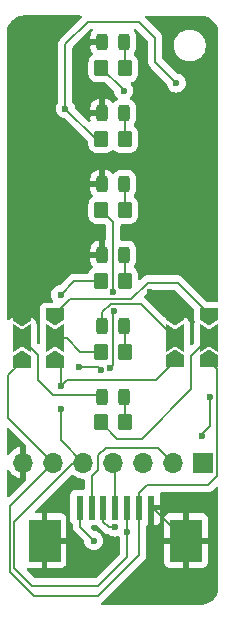
<source format=gbr>
%TF.GenerationSoftware,KiCad,Pcbnew,8.0.2*%
%TF.CreationDate,2025-03-09T15:07:13+01:00*%
%TF.ProjectId,ledPcb,6c656450-6362-42e6-9b69-6361645f7063,rev?*%
%TF.SameCoordinates,Original*%
%TF.FileFunction,Copper,L1,Top*%
%TF.FilePolarity,Positive*%
%FSLAX46Y46*%
G04 Gerber Fmt 4.6, Leading zero omitted, Abs format (unit mm)*
G04 Created by KiCad (PCBNEW 8.0.2) date 2025-03-09 15:07:13*
%MOMM*%
%LPD*%
G01*
G04 APERTURE LIST*
G04 Aperture macros list*
%AMRoundRect*
0 Rectangle with rounded corners*
0 $1 Rounding radius*
0 $2 $3 $4 $5 $6 $7 $8 $9 X,Y pos of 4 corners*
0 Add a 4 corners polygon primitive as box body*
4,1,4,$2,$3,$4,$5,$6,$7,$8,$9,$2,$3,0*
0 Add four circle primitives for the rounded corners*
1,1,$1+$1,$2,$3*
1,1,$1+$1,$4,$5*
1,1,$1+$1,$6,$7*
1,1,$1+$1,$8,$9*
0 Add four rect primitives between the rounded corners*
20,1,$1+$1,$2,$3,$4,$5,0*
20,1,$1+$1,$4,$5,$6,$7,0*
20,1,$1+$1,$6,$7,$8,$9,0*
20,1,$1+$1,$8,$9,$2,$3,0*%
%AMFreePoly0*
4,1,6,1.000000,0.000000,0.500000,-0.750000,-0.500000,-0.750000,-0.500000,0.750000,0.500000,0.750000,1.000000,0.000000,1.000000,0.000000,$1*%
%AMFreePoly1*
4,1,7,0.700000,0.000000,1.200000,-0.750000,-1.200000,-0.750000,-0.700000,0.000000,-1.200000,0.750000,1.200000,0.750000,0.700000,0.000000,0.700000,0.000000,$1*%
G04 Aperture macros list end*
%TA.AperFunction,SMDPad,CuDef*%
%ADD10RoundRect,0.250000X-0.350000X-0.450000X0.350000X-0.450000X0.350000X0.450000X-0.350000X0.450000X0*%
%TD*%
%TA.AperFunction,SMDPad,CuDef*%
%ADD11FreePoly0,270.000000*%
%TD*%
%TA.AperFunction,SMDPad,CuDef*%
%ADD12FreePoly1,270.000000*%
%TD*%
%TA.AperFunction,SMDPad,CuDef*%
%ADD13FreePoly0,90.000000*%
%TD*%
%TA.AperFunction,SMDPad,CuDef*%
%ADD14RoundRect,0.243750X-0.243750X-0.456250X0.243750X-0.456250X0.243750X0.456250X-0.243750X0.456250X0*%
%TD*%
%TA.AperFunction,SMDPad,CuDef*%
%ADD15R,0.610000X2.000000*%
%TD*%
%TA.AperFunction,SMDPad,CuDef*%
%ADD16R,2.680000X3.600000*%
%TD*%
%TA.AperFunction,ComponentPad*%
%ADD17R,1.700000X1.700000*%
%TD*%
%TA.AperFunction,ComponentPad*%
%ADD18O,1.700000X1.700000*%
%TD*%
%TA.AperFunction,ViaPad*%
%ADD19C,0.600000*%
%TD*%
%TA.AperFunction,Conductor*%
%ADD20C,0.200000*%
%TD*%
G04 APERTURE END LIST*
D10*
%TO.P,R2,1*%
%TO.N,Net-(JP2-C)*%
X129556000Y-100498000D03*
%TO.P,R2,2*%
%TO.N,Net-(D6-A)*%
X131556000Y-100498000D03*
%TD*%
D11*
%TO.P,JP4,1,A*%
%TO.N,GND*%
X122809000Y-91370000D03*
D12*
%TO.P,JP4,2,C*%
%TO.N,Net-(D6-K)*%
X122809000Y-93370000D03*
D13*
%TO.P,JP4,3,B*%
%TO.N,LED6{slash}TX*%
X122809000Y-95370000D03*
%TD*%
D10*
%TO.P,R1,1*%
%TO.N,Net-(JP1-C)*%
X129556000Y-94498000D03*
%TO.P,R1,2*%
%TO.N,Net-(D5-A)*%
X131556000Y-94498000D03*
%TD*%
%TO.P,R3,1*%
%TO.N,LED1{slash}VCC*%
X129556000Y-70498000D03*
%TO.P,R3,2*%
%TO.N,Net-(D1-A)*%
X131556000Y-70498000D03*
%TD*%
%TO.P,R6,1*%
%TO.N,LED4*%
X129556000Y-88498000D03*
%TO.P,R6,2*%
%TO.N,Net-(D4-A)*%
X131556000Y-88498000D03*
%TD*%
%TO.P,R5,1*%
%TO.N,LED3*%
X129556000Y-82498000D03*
%TO.P,R5,2*%
%TO.N,Net-(D3-A)*%
X131556000Y-82498000D03*
%TD*%
D14*
%TO.P,D3,1,K*%
%TO.N,GND*%
X129618500Y-80298000D03*
%TO.P,D3,2,A*%
%TO.N,Net-(D3-A)*%
X131493500Y-80298000D03*
%TD*%
%TO.P,D5,1,K*%
%TO.N,Net-(D5-K)*%
X129618500Y-92298000D03*
%TO.P,D5,2,A*%
%TO.N,Net-(D5-A)*%
X131493500Y-92298000D03*
%TD*%
D15*
%TO.P,J2,1,1*%
%TO.N,LED1{slash}VCC*%
X127731000Y-107696000D03*
%TO.P,J2,2,2*%
%TO.N,LED2*%
X128731000Y-107696000D03*
%TO.P,J2,3,3*%
%TO.N,LED3*%
X129731000Y-107696000D03*
%TO.P,J2,4,4*%
%TO.N,LED4*%
X130731000Y-107696000D03*
%TO.P,J2,5,5*%
%TO.N,LED5{slash}RX*%
X131731000Y-107696000D03*
%TO.P,J2,6,6*%
%TO.N,LED6{slash}TX*%
X132731000Y-107696000D03*
%TO.P,J2,7,7*%
%TO.N,GND*%
X133731000Y-107696000D03*
D16*
%TO.P,J2,S1,SHIELD*%
X124741000Y-110496000D03*
%TO.P,J2,S2,SHIELD*%
X136721000Y-110496000D03*
%TD*%
D14*
%TO.P,D6,1,K*%
%TO.N,Net-(D6-K)*%
X129618500Y-98298000D03*
%TO.P,D6,2,A*%
%TO.N,Net-(D6-A)*%
X131493500Y-98298000D03*
%TD*%
D11*
%TO.P,JP3,1,A*%
%TO.N,GND*%
X135771134Y-91320740D03*
D12*
%TO.P,JP3,2,C*%
%TO.N,Net-(D5-K)*%
X135771134Y-93320740D03*
D13*
%TO.P,JP3,3,B*%
%TO.N,LED5{slash}RX*%
X135771134Y-95320740D03*
%TD*%
D11*
%TO.P,JP1,1,A*%
%TO.N,VCC*%
X125603000Y-91345000D03*
D12*
%TO.P,JP1,2,C*%
%TO.N,Net-(JP1-C)*%
X125603000Y-93345000D03*
D13*
%TO.P,JP1,3,B*%
%TO.N,LED5{slash}RX*%
X125603000Y-95345000D03*
%TD*%
D14*
%TO.P,D2,1,K*%
%TO.N,GND*%
X129618500Y-74298000D03*
%TO.P,D2,2,A*%
%TO.N,Net-(D2-A)*%
X131493500Y-74298000D03*
%TD*%
%TO.P,D1,1,K*%
%TO.N,GND*%
X129618500Y-68298000D03*
%TO.P,D1,2,A*%
%TO.N,Net-(D1-A)*%
X131493500Y-68298000D03*
%TD*%
D10*
%TO.P,R4,1*%
%TO.N,LED2*%
X129556000Y-76498000D03*
%TO.P,R4,2*%
%TO.N,Net-(D2-A)*%
X131556000Y-76498000D03*
%TD*%
D14*
%TO.P,D4,1,K*%
%TO.N,GND*%
X129618500Y-86298000D03*
%TO.P,D4,2,A*%
%TO.N,Net-(D4-A)*%
X131493500Y-86298000D03*
%TD*%
D11*
%TO.P,JP2,1,A*%
%TO.N,VCC*%
X138684000Y-91313000D03*
D12*
%TO.P,JP2,2,C*%
%TO.N,Net-(JP2-C)*%
X138684000Y-93313000D03*
D13*
%TO.P,JP2,3,B*%
%TO.N,LED6{slash}TX*%
X138684000Y-95313000D03*
%TD*%
D17*
%TO.P,J1,1,Pin_1*%
%TO.N,LED1{slash}VCC*%
X138176000Y-103886000D03*
D18*
%TO.P,J1,2,Pin_2*%
%TO.N,LED2*%
X135636000Y-103886000D03*
%TO.P,J1,3,Pin_3*%
%TO.N,LED3*%
X133096000Y-103886000D03*
%TO.P,J1,4,Pin_4*%
%TO.N,LED4*%
X130556000Y-103886000D03*
%TO.P,J1,5,Pin_5*%
%TO.N,LED5{slash}RX*%
X128016000Y-103886000D03*
%TO.P,J1,6,Pin_6*%
%TO.N,LED6{slash}TX*%
X125476000Y-103886000D03*
%TO.P,J1,7,Pin_7*%
%TO.N,GND*%
X122936000Y-103886000D03*
%TD*%
D19*
%TO.N,GND*%
X128016000Y-86741000D03*
X133672235Y-89476235D03*
X125603000Y-107442000D03*
X136398000Y-107442000D03*
X128397000Y-68453000D03*
X128397000Y-74422000D03*
%TO.N,LED2*%
X126492000Y-73914000D03*
X135890000Y-71755000D03*
X138049000Y-101600000D03*
X138754000Y-98298000D03*
%TO.N,LED1{slash}VCC*%
X128905000Y-110490000D03*
X131445000Y-72390000D03*
%TO.N,LED3*%
X130683000Y-109347000D03*
X130302000Y-95885000D03*
X130556000Y-89408000D03*
X130591002Y-91024000D03*
%TO.N,LED5{slash}RX*%
X126111000Y-97409000D03*
X126111000Y-99314000D03*
X131731000Y-109728000D03*
%TO.N,LED4*%
X127699000Y-95758000D03*
X126111000Y-89662000D03*
X129512882Y-96016520D03*
%TD*%
D20*
%TO.N,Net-(D1-A)*%
X131556000Y-70498000D02*
X131556000Y-68360500D01*
X131556000Y-68360500D02*
X131493500Y-68298000D01*
%TO.N,GND*%
X133672235Y-89476235D02*
X133926629Y-89476235D01*
X136721000Y-107765000D02*
X136398000Y-107442000D01*
X122809000Y-91370000D02*
X122809000Y-89408000D01*
X133926629Y-89476235D02*
X135771134Y-91320740D01*
X128397000Y-74422000D02*
X129494500Y-74422000D01*
X128397000Y-68453000D02*
X129463500Y-68453000D01*
X125476000Y-86741000D02*
X128016000Y-86741000D01*
X133731000Y-107696000D02*
X133921000Y-107696000D01*
X128524000Y-86233000D02*
X129553500Y-86233000D01*
X129463500Y-68453000D02*
X129618500Y-68298000D01*
X136721000Y-110496000D02*
X136721000Y-107765000D01*
X133921000Y-107696000D02*
X136721000Y-110496000D01*
X128016000Y-86741000D02*
X128524000Y-86233000D01*
X122809000Y-89408000D02*
X125476000Y-86741000D01*
X129494500Y-74422000D02*
X129618500Y-74298000D01*
X129553500Y-86233000D02*
X129618500Y-86298000D01*
%TO.N,Net-(D2-A)*%
X131556000Y-76498000D02*
X131556000Y-74360500D01*
X131556000Y-74360500D02*
X131493500Y-74298000D01*
%TO.N,Net-(D3-A)*%
X131556000Y-80360500D02*
X131493500Y-80298000D01*
X131556000Y-82498000D02*
X131556000Y-80360500D01*
%TO.N,Net-(D4-A)*%
X131556000Y-86360500D02*
X131493500Y-86298000D01*
X131556000Y-88498000D02*
X131556000Y-86360500D01*
%TO.N,Net-(D5-K)*%
X129618500Y-91147971D02*
X130342471Y-90424000D01*
X130342471Y-90424000D02*
X132874394Y-90424000D01*
X129618500Y-92298000D02*
X129618500Y-91147971D01*
X132874394Y-90424000D02*
X135771134Y-93320740D01*
%TO.N,Net-(D5-A)*%
X131556000Y-94498000D02*
X131556000Y-92360500D01*
X131556000Y-92360500D02*
X131493500Y-92298000D01*
%TO.N,Net-(D6-A)*%
X131556000Y-98360500D02*
X131493500Y-98298000D01*
X131556000Y-100498000D02*
X131556000Y-98360500D01*
%TO.N,Net-(D6-K)*%
X129618500Y-98298000D02*
X129491500Y-98171000D01*
X124206000Y-96901000D02*
X124206000Y-94767000D01*
X129491500Y-98171000D02*
X125476000Y-98171000D01*
X124206000Y-94767000D02*
X122809000Y-93370000D01*
X125476000Y-98171000D02*
X124206000Y-96901000D01*
%TO.N,LED2*%
X132715000Y-66548000D02*
X128397000Y-66548000D01*
X138049000Y-101600000D02*
X138049000Y-101473000D01*
X135890000Y-71755000D02*
X134112000Y-69977000D01*
X129076000Y-76498000D02*
X129556000Y-76498000D01*
X138754000Y-100768000D02*
X138754000Y-98298000D01*
X126492000Y-73914000D02*
X129076000Y-76498000D01*
X134112000Y-67945000D02*
X132715000Y-66548000D01*
X128397000Y-66548000D02*
X126492000Y-68453000D01*
X129286000Y-103251000D02*
X129921000Y-102616000D01*
X126492000Y-68453000D02*
X126492000Y-73914000D01*
X128731000Y-107696000D02*
X128731000Y-105037346D01*
X138049000Y-101473000D02*
X138754000Y-100768000D01*
X129921000Y-102616000D02*
X134366000Y-102616000D01*
X134112000Y-69977000D02*
X134112000Y-67945000D01*
X134366000Y-102616000D02*
X135636000Y-103886000D01*
X129286000Y-104482346D02*
X129286000Y-103251000D01*
X128731000Y-105037346D02*
X129286000Y-104482346D01*
%TO.N,LED1{slash}VCC*%
X131445000Y-72387000D02*
X131445000Y-72390000D01*
X127731000Y-109316000D02*
X127731000Y-107696000D01*
X128905000Y-110490000D02*
X127731000Y-109316000D01*
X129556000Y-70498000D02*
X131445000Y-72387000D01*
%TO.N,LED6{slash}TX*%
X132731000Y-106496000D02*
X132731000Y-107696000D01*
X125476000Y-103886000D02*
X121666000Y-100076000D01*
X121793000Y-113157000D02*
X121793000Y-107569000D01*
X138571000Y-105791000D02*
X133436000Y-105791000D01*
X139354000Y-105008000D02*
X138571000Y-105791000D01*
X129286000Y-115189000D02*
X123825000Y-115189000D01*
X123825000Y-115189000D02*
X121793000Y-113157000D01*
X132731000Y-107696000D02*
X132731000Y-111744000D01*
X121793000Y-107569000D02*
X125476000Y-103886000D01*
X132731000Y-111744000D02*
X129286000Y-115189000D01*
X121666000Y-96513000D02*
X122809000Y-95370000D01*
X133436000Y-105791000D02*
X132731000Y-106496000D01*
X139354000Y-95983000D02*
X139354000Y-105008000D01*
X121666000Y-100076000D02*
X121666000Y-96513000D01*
X138684000Y-95313000D02*
X139354000Y-95983000D01*
%TO.N,LED3*%
X130591002Y-91024000D02*
X130556000Y-91059002D01*
X130556000Y-83498000D02*
X129556000Y-82498000D01*
X130556000Y-89408000D02*
X130556000Y-83498000D01*
X130683000Y-109347000D02*
X130182000Y-109347000D01*
X129731000Y-108896000D02*
X129731000Y-107696000D01*
X130556000Y-91059002D02*
X130556000Y-95631000D01*
X130182000Y-109347000D02*
X129731000Y-108896000D01*
X130556000Y-95631000D02*
X130302000Y-95885000D01*
%TO.N,LED5{slash}RX*%
X129286000Y-114300000D02*
X123698000Y-114300000D01*
X122193000Y-112795000D02*
X122193000Y-108883500D01*
X127190500Y-103886000D02*
X128016000Y-103886000D01*
X131731000Y-111855000D02*
X129286000Y-114300000D01*
X126111000Y-95853000D02*
X125603000Y-95345000D01*
X126619000Y-96901000D02*
X134190874Y-96901000D01*
X122193000Y-108883500D02*
X127190500Y-103886000D01*
X126111000Y-97409000D02*
X126619000Y-96901000D01*
X123698000Y-114300000D02*
X122193000Y-112795000D01*
X126111000Y-97409000D02*
X126111000Y-95853000D01*
X131731000Y-109728000D02*
X131731000Y-111855000D01*
X128016000Y-103886000D02*
X126111000Y-101981000D01*
X126111000Y-101981000D02*
X126111000Y-99314000D01*
X134190874Y-96901000D02*
X135771134Y-95320740D01*
X131731000Y-107696000D02*
X131731000Y-109728000D01*
%TO.N,LED4*%
X129512882Y-96016520D02*
X129254362Y-95758000D01*
X130731000Y-104061000D02*
X130556000Y-103886000D01*
X129254362Y-95758000D02*
X127699000Y-95758000D01*
X126111000Y-89662000D02*
X127275000Y-88498000D01*
X127275000Y-88498000D02*
X129556000Y-88498000D01*
X130731000Y-107696000D02*
X130731000Y-104061000D01*
%TO.N,Net-(JP1-C)*%
X127772000Y-94498000D02*
X129556000Y-94498000D01*
X125603000Y-93345000D02*
X126619000Y-93345000D01*
X126619000Y-93345000D02*
X127772000Y-94498000D01*
%TO.N,VCC*%
X133477000Y-88646000D02*
X136017000Y-88646000D01*
X132099000Y-90024000D02*
X133477000Y-88646000D01*
X125603000Y-91345000D02*
X126924000Y-90024000D01*
X136017000Y-88646000D02*
X138684000Y-91313000D01*
X126924000Y-90024000D02*
X132099000Y-90024000D01*
%TO.N,Net-(JP2-C)*%
X138684000Y-93313000D02*
X137160000Y-94837000D01*
X130912000Y-101854000D02*
X129556000Y-100498000D01*
X132969000Y-101854000D02*
X130912000Y-101854000D01*
X137160000Y-97663000D02*
X132969000Y-101854000D01*
X137160000Y-94837000D02*
X137160000Y-97663000D01*
%TD*%
%TA.AperFunction,Conductor*%
%TO.N,GND*%
G36*
X139372834Y-105940914D02*
G01*
X139428767Y-105982786D01*
X139453184Y-106048250D01*
X139453500Y-106057096D01*
X139453500Y-114438572D01*
X139453184Y-114447419D01*
X139438869Y-114647557D01*
X139436351Y-114665068D01*
X139394646Y-114856787D01*
X139389662Y-114873763D01*
X139321090Y-115057609D01*
X139313740Y-115073701D01*
X139219711Y-115245904D01*
X139210146Y-115260789D01*
X139092558Y-115417867D01*
X139080972Y-115431237D01*
X138942237Y-115569972D01*
X138928867Y-115581558D01*
X138771789Y-115699146D01*
X138756904Y-115708711D01*
X138584701Y-115802740D01*
X138568609Y-115810090D01*
X138384763Y-115878662D01*
X138367787Y-115883646D01*
X138176068Y-115925351D01*
X138158557Y-115927869D01*
X137977779Y-115940799D01*
X137958417Y-115942184D01*
X137949572Y-115942500D01*
X137880717Y-115942500D01*
X137879506Y-115942579D01*
X129629345Y-115951424D01*
X129562284Y-115931811D01*
X129516473Y-115879056D01*
X129506455Y-115809909D01*
X129535412Y-115746322D01*
X129567363Y-115719951D01*
X129567904Y-115719639D01*
X129654716Y-115669520D01*
X129766520Y-115557716D01*
X129766520Y-115557714D01*
X129776728Y-115547507D01*
X129776729Y-115547504D01*
X132980392Y-112343844D01*
X134881000Y-112343844D01*
X134887401Y-112403372D01*
X134887403Y-112403379D01*
X134937645Y-112538086D01*
X134937649Y-112538093D01*
X135023809Y-112653187D01*
X135023812Y-112653190D01*
X135138906Y-112739350D01*
X135138913Y-112739354D01*
X135273620Y-112789596D01*
X135273627Y-112789598D01*
X135333155Y-112795999D01*
X135333172Y-112796000D01*
X136471000Y-112796000D01*
X136971000Y-112796000D01*
X138108828Y-112796000D01*
X138108844Y-112795999D01*
X138168372Y-112789598D01*
X138168379Y-112789596D01*
X138303086Y-112739354D01*
X138303093Y-112739350D01*
X138418187Y-112653190D01*
X138418190Y-112653187D01*
X138504350Y-112538093D01*
X138504354Y-112538086D01*
X138554596Y-112403379D01*
X138554598Y-112403372D01*
X138560999Y-112343844D01*
X138561000Y-112343827D01*
X138561000Y-110746000D01*
X136971000Y-110746000D01*
X136971000Y-112796000D01*
X136471000Y-112796000D01*
X136471000Y-110746000D01*
X134881000Y-110746000D01*
X134881000Y-112343844D01*
X132980392Y-112343844D01*
X133211520Y-112112716D01*
X133290577Y-111975784D01*
X133331501Y-111823057D01*
X133331501Y-111664942D01*
X133331501Y-111657347D01*
X133331500Y-111657329D01*
X133331500Y-109320000D01*
X133351185Y-109252961D01*
X133403989Y-109207206D01*
X133455500Y-109196000D01*
X133481000Y-109196000D01*
X133981000Y-109196000D01*
X134083828Y-109196000D01*
X134083844Y-109195999D01*
X134143372Y-109189598D01*
X134143379Y-109189596D01*
X134278086Y-109139354D01*
X134278093Y-109139350D01*
X134393187Y-109053190D01*
X134393190Y-109053187D01*
X134479350Y-108938093D01*
X134479354Y-108938086D01*
X134529596Y-108803379D01*
X134529598Y-108803372D01*
X134535999Y-108743844D01*
X134536000Y-108743827D01*
X134536000Y-108648155D01*
X134881000Y-108648155D01*
X134881000Y-110246000D01*
X136471000Y-110246000D01*
X136971000Y-110246000D01*
X138561000Y-110246000D01*
X138561000Y-108648172D01*
X138560999Y-108648155D01*
X138554598Y-108588627D01*
X138554596Y-108588620D01*
X138504354Y-108453913D01*
X138504350Y-108453906D01*
X138418190Y-108338812D01*
X138418187Y-108338809D01*
X138303093Y-108252649D01*
X138303086Y-108252645D01*
X138168379Y-108202403D01*
X138168372Y-108202401D01*
X138108844Y-108196000D01*
X136971000Y-108196000D01*
X136971000Y-110246000D01*
X136471000Y-110246000D01*
X136471000Y-108196000D01*
X135333155Y-108196000D01*
X135273627Y-108202401D01*
X135273620Y-108202403D01*
X135138913Y-108252645D01*
X135138906Y-108252649D01*
X135023812Y-108338809D01*
X135023809Y-108338812D01*
X134937649Y-108453906D01*
X134937645Y-108453913D01*
X134887403Y-108588620D01*
X134887401Y-108588627D01*
X134881000Y-108648155D01*
X134536000Y-108648155D01*
X134536000Y-107946000D01*
X133981000Y-107946000D01*
X133981000Y-109196000D01*
X133481000Y-109196000D01*
X133481000Y-108957474D01*
X133488817Y-108914143D01*
X133530091Y-108803483D01*
X133536500Y-108743873D01*
X133536499Y-107569998D01*
X133556184Y-107502961D01*
X133608987Y-107457206D01*
X133660499Y-107446000D01*
X134536000Y-107446000D01*
X134536000Y-106648172D01*
X134535999Y-106648155D01*
X134529598Y-106588627D01*
X134529596Y-106588619D01*
X134518487Y-106558833D01*
X134513503Y-106489141D01*
X134546988Y-106427818D01*
X134608312Y-106394334D01*
X134634669Y-106391500D01*
X138484331Y-106391500D01*
X138484347Y-106391501D01*
X138491943Y-106391501D01*
X138650054Y-106391501D01*
X138650057Y-106391501D01*
X138802785Y-106350577D01*
X138852904Y-106321639D01*
X138939716Y-106271520D01*
X139051520Y-106159716D01*
X139051520Y-106159714D01*
X139061728Y-106149507D01*
X139061729Y-106149504D01*
X139241820Y-105969414D01*
X139303142Y-105935930D01*
X139372834Y-105940914D01*
G37*
%TD.AperFunction*%
%TA.AperFunction,Conductor*%
G36*
X127117721Y-104910526D02*
G01*
X127145507Y-104925131D01*
X127338170Y-105060035D01*
X127552337Y-105159903D01*
X127780592Y-105221063D01*
X128016000Y-105241659D01*
X128016002Y-105241658D01*
X128017307Y-105241773D01*
X128082376Y-105267225D01*
X128123355Y-105323816D01*
X128130500Y-105365301D01*
X128130500Y-106071500D01*
X128110815Y-106138539D01*
X128058011Y-106184294D01*
X128006500Y-106195500D01*
X127378129Y-106195500D01*
X127378123Y-106195501D01*
X127318516Y-106201908D01*
X127183671Y-106252202D01*
X127183664Y-106252206D01*
X127068455Y-106338452D01*
X127068452Y-106338455D01*
X126982206Y-106453664D01*
X126982202Y-106453671D01*
X126931908Y-106588517D01*
X126925501Y-106648116D01*
X126925500Y-106648135D01*
X126925500Y-108743870D01*
X126925501Y-108743876D01*
X126931908Y-108803483D01*
X126982202Y-108938328D01*
X126982203Y-108938329D01*
X126982204Y-108938331D01*
X127068454Y-109053546D01*
X127080812Y-109062797D01*
X127122681Y-109118726D01*
X127130500Y-109162062D01*
X127130500Y-109229330D01*
X127130499Y-109229348D01*
X127130499Y-109395054D01*
X127130498Y-109395054D01*
X127171423Y-109547785D01*
X127200358Y-109597900D01*
X127200359Y-109597904D01*
X127200360Y-109597904D01*
X127240696Y-109667770D01*
X127250479Y-109684714D01*
X127250481Y-109684717D01*
X127369349Y-109803585D01*
X127369355Y-109803590D01*
X128074298Y-110508533D01*
X128107783Y-110569856D01*
X128109837Y-110582330D01*
X128119630Y-110669249D01*
X128179210Y-110839521D01*
X128275184Y-110992262D01*
X128402738Y-111119816D01*
X128555478Y-111215789D01*
X128725745Y-111275368D01*
X128725750Y-111275369D01*
X128904996Y-111295565D01*
X128905000Y-111295565D01*
X128905004Y-111295565D01*
X129084249Y-111275369D01*
X129084252Y-111275368D01*
X129084255Y-111275368D01*
X129254522Y-111215789D01*
X129407262Y-111119816D01*
X129534816Y-110992262D01*
X129630789Y-110839522D01*
X129690368Y-110669255D01*
X129700162Y-110582330D01*
X129710565Y-110490003D01*
X129710565Y-110489996D01*
X129690369Y-110310750D01*
X129690368Y-110310745D01*
X129635018Y-110152565D01*
X129630789Y-110140478D01*
X129611998Y-110110573D01*
X129588257Y-110072789D01*
X129534816Y-109987738D01*
X129407262Y-109860184D01*
X129355278Y-109827520D01*
X129254521Y-109764210D01*
X129103554Y-109711385D01*
X129084255Y-109704632D01*
X129084254Y-109704631D01*
X129084249Y-109704630D01*
X128997330Y-109694837D01*
X128932916Y-109667770D01*
X128923533Y-109659298D01*
X128672416Y-109408180D01*
X128638931Y-109346857D01*
X128643915Y-109277165D01*
X128685787Y-109221232D01*
X128751251Y-109196815D01*
X128760097Y-109196499D01*
X129083871Y-109196499D01*
X129083872Y-109196499D01*
X129123387Y-109192251D01*
X129192146Y-109204657D01*
X129243283Y-109252268D01*
X129244029Y-109253542D01*
X129250479Y-109264715D01*
X129369349Y-109383585D01*
X129369355Y-109383590D01*
X129697139Y-109711374D01*
X129697149Y-109711385D01*
X129701479Y-109715715D01*
X129701480Y-109715716D01*
X129813284Y-109827520D01*
X129896522Y-109875577D01*
X129896523Y-109875578D01*
X129950209Y-109906574D01*
X129950210Y-109906574D01*
X129950215Y-109906577D01*
X130102942Y-109947500D01*
X130102943Y-109947500D01*
X130102950Y-109947500D01*
X130111002Y-109948561D01*
X130110748Y-109950483D01*
X130167627Y-109967185D01*
X130177903Y-109974555D01*
X130180736Y-109976814D01*
X130180738Y-109976816D01*
X130333478Y-110072789D01*
X130451641Y-110114136D01*
X130503745Y-110132368D01*
X130503750Y-110132369D01*
X130682996Y-110152565D01*
X130683000Y-110152565D01*
X130683004Y-110152565D01*
X130862246Y-110132369D01*
X130862245Y-110132369D01*
X130862255Y-110132368D01*
X130914359Y-110114135D01*
X130984133Y-110110573D01*
X131044761Y-110145301D01*
X131060304Y-110165204D01*
X131101178Y-110230254D01*
X131103441Y-110233091D01*
X131104332Y-110235273D01*
X131104888Y-110236158D01*
X131104733Y-110236255D01*
X131129854Y-110297776D01*
X131130500Y-110310412D01*
X131130500Y-111554903D01*
X131110815Y-111621942D01*
X131094181Y-111642584D01*
X129073584Y-113663181D01*
X129012261Y-113696666D01*
X128985903Y-113699500D01*
X123998097Y-113699500D01*
X123931058Y-113679815D01*
X123910416Y-113663181D01*
X123254443Y-113007208D01*
X123220958Y-112945885D01*
X123225942Y-112876193D01*
X123267814Y-112820260D01*
X123333278Y-112795843D01*
X123349829Y-112796140D01*
X123349847Y-112795822D01*
X123353172Y-112796000D01*
X124491000Y-112796000D01*
X124991000Y-112796000D01*
X126128828Y-112796000D01*
X126128844Y-112795999D01*
X126188372Y-112789598D01*
X126188379Y-112789596D01*
X126323086Y-112739354D01*
X126323093Y-112739350D01*
X126438187Y-112653190D01*
X126438190Y-112653187D01*
X126524350Y-112538093D01*
X126524354Y-112538086D01*
X126574596Y-112403379D01*
X126574598Y-112403372D01*
X126580999Y-112343844D01*
X126581000Y-112343827D01*
X126581000Y-110746000D01*
X124991000Y-110746000D01*
X124991000Y-112796000D01*
X124491000Y-112796000D01*
X124491000Y-110246000D01*
X124991000Y-110246000D01*
X126581000Y-110246000D01*
X126581000Y-108648172D01*
X126580999Y-108648155D01*
X126574598Y-108588627D01*
X126574596Y-108588620D01*
X126524354Y-108453913D01*
X126524350Y-108453906D01*
X126438190Y-108338812D01*
X126438187Y-108338809D01*
X126323093Y-108252649D01*
X126323086Y-108252645D01*
X126188379Y-108202403D01*
X126188372Y-108202401D01*
X126128844Y-108196000D01*
X124991000Y-108196000D01*
X124991000Y-110246000D01*
X124491000Y-110246000D01*
X124491000Y-108196000D01*
X124029097Y-108196000D01*
X123962058Y-108176315D01*
X123916303Y-108123511D01*
X123906359Y-108054353D01*
X123935384Y-107990797D01*
X123941416Y-107984319D01*
X126167999Y-105757735D01*
X126986708Y-104939025D01*
X127048029Y-104905542D01*
X127117721Y-104910526D01*
G37*
%TD.AperFunction*%
%TA.AperFunction,Conductor*%
G36*
X123186000Y-105275401D02*
G01*
X123166315Y-105342440D01*
X123149681Y-105363082D01*
X121743181Y-106769582D01*
X121681858Y-106803067D01*
X121612166Y-106798083D01*
X121556233Y-106756211D01*
X121531816Y-106690747D01*
X121531500Y-106681901D01*
X121531500Y-104626422D01*
X121551185Y-104559383D01*
X121603989Y-104513628D01*
X121673147Y-104503684D01*
X121736703Y-104532709D01*
X121758808Y-104559484D01*
X121759295Y-104559144D01*
X121897894Y-104757082D01*
X122064917Y-104924105D01*
X122258421Y-105059600D01*
X122472507Y-105159429D01*
X122472516Y-105159433D01*
X122686000Y-105216634D01*
X122686000Y-104319012D01*
X122743007Y-104351925D01*
X122870174Y-104386000D01*
X123001826Y-104386000D01*
X123128993Y-104351925D01*
X123186000Y-104319012D01*
X123186000Y-105275401D01*
G37*
%TD.AperFunction*%
%TA.AperFunction,Conductor*%
G36*
X121736703Y-100996384D02*
G01*
X121743179Y-101002414D01*
X123149681Y-102408917D01*
X123183166Y-102470239D01*
X123186000Y-102496597D01*
X123186000Y-103452988D01*
X123128993Y-103420075D01*
X123001826Y-103386000D01*
X122870174Y-103386000D01*
X122743007Y-103420075D01*
X122686000Y-103452988D01*
X122686000Y-102555364D01*
X122685999Y-102555364D01*
X122472513Y-102612567D01*
X122472507Y-102612570D01*
X122258422Y-102712399D01*
X122258420Y-102712400D01*
X122064926Y-102847886D01*
X122064920Y-102847891D01*
X121897891Y-103014920D01*
X121897886Y-103014926D01*
X121759295Y-103212856D01*
X121758175Y-103212071D01*
X121712318Y-103255795D01*
X121643711Y-103269016D01*
X121578847Y-103243047D01*
X121538319Y-103186132D01*
X121531500Y-103145578D01*
X121531500Y-101090097D01*
X121551185Y-101023058D01*
X121603989Y-100977303D01*
X121673147Y-100967359D01*
X121736703Y-100996384D01*
G37*
%TD.AperFunction*%
%TA.AperFunction,Conductor*%
G36*
X135783942Y-89266185D02*
G01*
X135804584Y-89282819D01*
X137392181Y-90870416D01*
X137425666Y-90931739D01*
X137428500Y-90958097D01*
X137428500Y-91813015D01*
X137432507Y-91876523D01*
X137445339Y-91923107D01*
X137448530Y-91973683D01*
X137428500Y-92112999D01*
X137428500Y-93667903D01*
X137408815Y-93734942D01*
X137392181Y-93755584D01*
X137238315Y-93909450D01*
X137176992Y-93942935D01*
X137107300Y-93937951D01*
X137051367Y-93896079D01*
X137026950Y-93830615D01*
X137026634Y-93821769D01*
X137026634Y-92120742D01*
X137026633Y-92120718D01*
X137020210Y-92040409D01*
X137020209Y-92040406D01*
X137020209Y-92040402D01*
X136977360Y-91903051D01*
X136977360Y-91903050D01*
X136977358Y-91903048D01*
X136897549Y-91783335D01*
X136787244Y-91690954D01*
X136787241Y-91690952D01*
X136787239Y-91690951D01*
X136655379Y-91633391D01*
X136512643Y-91615310D01*
X136370588Y-91638178D01*
X136370585Y-91638179D01*
X136240732Y-91700139D01*
X135839917Y-91967349D01*
X135773218Y-91988157D01*
X135705857Y-91969602D01*
X135702351Y-91967349D01*
X135301535Y-91700139D01*
X135231128Y-91660922D01*
X135231121Y-91660919D01*
X135093076Y-91620385D01*
X135093074Y-91620385D01*
X134971376Y-91620385D01*
X134904337Y-91600700D01*
X134883695Y-91584066D01*
X133361984Y-90062355D01*
X133361982Y-90062352D01*
X133243111Y-89943481D01*
X133236659Y-89938530D01*
X133238241Y-89936467D01*
X133198939Y-89895235D01*
X133185726Y-89826626D01*
X133211704Y-89761765D01*
X133221472Y-89750761D01*
X133689416Y-89282819D01*
X133750739Y-89249334D01*
X133777097Y-89246500D01*
X135716903Y-89246500D01*
X135783942Y-89266185D01*
G37*
%TD.AperFunction*%
%TA.AperFunction,Conductor*%
G36*
X127758967Y-66037568D02*
G01*
X127825984Y-66057324D01*
X127871683Y-66110177D01*
X127881552Y-66179347D01*
X127852459Y-66242871D01*
X127846514Y-66249249D01*
X126123286Y-67972478D01*
X126011481Y-68084282D01*
X126011479Y-68084285D01*
X125961361Y-68171094D01*
X125961359Y-68171096D01*
X125932425Y-68221209D01*
X125932424Y-68221210D01*
X125932423Y-68221215D01*
X125891499Y-68373943D01*
X125891499Y-68373945D01*
X125891499Y-68542046D01*
X125891500Y-68542059D01*
X125891500Y-73331587D01*
X125871815Y-73398626D01*
X125864450Y-73408896D01*
X125862186Y-73411734D01*
X125766211Y-73564476D01*
X125706631Y-73734745D01*
X125706630Y-73734750D01*
X125686435Y-73913996D01*
X125686435Y-73914003D01*
X125706630Y-74093249D01*
X125706631Y-74093254D01*
X125766211Y-74263523D01*
X125862184Y-74416262D01*
X125989738Y-74543816D01*
X126142478Y-74639789D01*
X126312745Y-74699368D01*
X126399669Y-74709161D01*
X126464080Y-74736226D01*
X126473465Y-74744700D01*
X128419181Y-76690416D01*
X128452666Y-76751739D01*
X128455500Y-76778096D01*
X128455500Y-76998000D01*
X128455501Y-76998019D01*
X128466000Y-77100796D01*
X128466001Y-77100799D01*
X128521185Y-77267331D01*
X128521186Y-77267334D01*
X128613288Y-77416656D01*
X128737344Y-77540712D01*
X128886666Y-77632814D01*
X129053203Y-77687999D01*
X129155991Y-77698500D01*
X129956008Y-77698499D01*
X129956016Y-77698498D01*
X129956019Y-77698498D01*
X130012302Y-77692748D01*
X130058797Y-77687999D01*
X130225334Y-77632814D01*
X130374656Y-77540712D01*
X130468319Y-77447049D01*
X130529642Y-77413564D01*
X130599334Y-77418548D01*
X130643681Y-77447049D01*
X130737344Y-77540712D01*
X130886666Y-77632814D01*
X131053203Y-77687999D01*
X131155991Y-77698500D01*
X131956008Y-77698499D01*
X131956016Y-77698498D01*
X131956019Y-77698498D01*
X132012302Y-77692748D01*
X132058797Y-77687999D01*
X132225334Y-77632814D01*
X132374656Y-77540712D01*
X132498712Y-77416656D01*
X132590814Y-77267334D01*
X132645999Y-77100797D01*
X132656500Y-76998009D01*
X132656499Y-75997992D01*
X132645999Y-75895203D01*
X132590814Y-75728666D01*
X132498712Y-75579344D01*
X132374656Y-75455288D01*
X132374655Y-75455287D01*
X132331292Y-75428541D01*
X132284567Y-75376593D01*
X132273344Y-75307631D01*
X132301188Y-75243548D01*
X132308698Y-75235330D01*
X132325026Y-75219003D01*
X132416362Y-75070925D01*
X132471087Y-74905775D01*
X132481500Y-74803848D01*
X132481500Y-73792152D01*
X132471087Y-73690225D01*
X132416362Y-73525075D01*
X132416358Y-73525069D01*
X132416357Y-73525066D01*
X132325028Y-73377000D01*
X132325025Y-73376996D01*
X132202003Y-73253974D01*
X132201999Y-73253971D01*
X132053933Y-73162642D01*
X132053926Y-73162639D01*
X132053925Y-73162638D01*
X132053922Y-73162637D01*
X132047382Y-73159588D01*
X132048341Y-73157529D01*
X131999924Y-73124013D01*
X131973096Y-73059499D01*
X131985406Y-72990722D01*
X132008680Y-72958397D01*
X132074816Y-72892262D01*
X132170789Y-72739522D01*
X132230368Y-72569255D01*
X132240543Y-72478949D01*
X132250565Y-72390003D01*
X132250565Y-72389996D01*
X132230369Y-72210750D01*
X132230368Y-72210745D01*
X132193199Y-72104522D01*
X132170789Y-72040478D01*
X132074816Y-71887738D01*
X132062955Y-71875877D01*
X132029470Y-71814554D01*
X132034454Y-71744862D01*
X132076326Y-71688929D01*
X132111628Y-71670492D01*
X132225334Y-71632814D01*
X132374656Y-71540712D01*
X132498712Y-71416656D01*
X132590814Y-71267334D01*
X132645999Y-71100797D01*
X132656500Y-70998009D01*
X132656499Y-69997992D01*
X132645999Y-69895203D01*
X132590814Y-69728666D01*
X132498712Y-69579344D01*
X132374656Y-69455288D01*
X132374655Y-69455287D01*
X132331292Y-69428541D01*
X132284567Y-69376593D01*
X132273344Y-69307631D01*
X132301188Y-69243548D01*
X132308698Y-69235330D01*
X132325026Y-69219003D01*
X132416362Y-69070925D01*
X132471087Y-68905775D01*
X132481500Y-68803848D01*
X132481500Y-67792152D01*
X132471087Y-67690225D01*
X132416362Y-67525075D01*
X132416358Y-67525069D01*
X132416357Y-67525066D01*
X132325028Y-67377000D01*
X132325025Y-67376996D01*
X132308210Y-67360181D01*
X132274725Y-67298858D01*
X132279709Y-67229166D01*
X132321581Y-67173233D01*
X132387045Y-67148816D01*
X132395891Y-67148500D01*
X132414903Y-67148500D01*
X132481942Y-67168185D01*
X132502584Y-67184819D01*
X133475181Y-68157416D01*
X133508666Y-68218739D01*
X133511500Y-68245097D01*
X133511500Y-69890330D01*
X133511499Y-69890348D01*
X133511499Y-70056054D01*
X133511498Y-70056054D01*
X133552423Y-70208785D01*
X133581358Y-70258900D01*
X133581359Y-70258904D01*
X133581360Y-70258904D01*
X133631479Y-70345714D01*
X133631481Y-70345717D01*
X133750349Y-70464585D01*
X133750355Y-70464590D01*
X135059298Y-71773534D01*
X135092783Y-71834857D01*
X135094837Y-71847331D01*
X135104630Y-71934249D01*
X135164210Y-72104521D01*
X135260184Y-72257262D01*
X135387738Y-72384816D01*
X135420103Y-72405152D01*
X135537549Y-72478949D01*
X135540478Y-72480789D01*
X135710745Y-72540368D01*
X135710750Y-72540369D01*
X135889996Y-72560565D01*
X135890000Y-72560565D01*
X135890004Y-72560565D01*
X136069249Y-72540369D01*
X136069252Y-72540368D01*
X136069255Y-72540368D01*
X136239522Y-72480789D01*
X136392262Y-72384816D01*
X136519816Y-72257262D01*
X136615789Y-72104522D01*
X136675368Y-71934255D01*
X136680609Y-71887738D01*
X136695565Y-71755003D01*
X136695565Y-71754996D01*
X136675369Y-71575750D01*
X136675368Y-71575745D01*
X136663109Y-71540710D01*
X136615789Y-71405478D01*
X136519816Y-71252738D01*
X136392262Y-71125184D01*
X136353454Y-71100799D01*
X136239521Y-71029210D01*
X136069249Y-70969630D01*
X135982331Y-70959837D01*
X135917917Y-70932770D01*
X135908534Y-70924298D01*
X134748819Y-69764583D01*
X134715334Y-69703260D01*
X134712500Y-69676902D01*
X134712500Y-68473713D01*
X135682500Y-68473713D01*
X135682500Y-68686287D01*
X135715754Y-68896243D01*
X135772514Y-69070933D01*
X135781444Y-69098414D01*
X135877951Y-69287820D01*
X136002890Y-69459786D01*
X136153213Y-69610109D01*
X136325179Y-69735048D01*
X136325181Y-69735049D01*
X136325184Y-69735051D01*
X136514588Y-69831557D01*
X136716757Y-69897246D01*
X136926713Y-69930500D01*
X136926714Y-69930500D01*
X137139286Y-69930500D01*
X137139287Y-69930500D01*
X137349243Y-69897246D01*
X137551412Y-69831557D01*
X137740816Y-69735051D01*
X137827292Y-69672223D01*
X137912786Y-69610109D01*
X137912788Y-69610106D01*
X137912792Y-69610104D01*
X138063104Y-69459792D01*
X138063106Y-69459788D01*
X138063109Y-69459786D01*
X138188048Y-69287820D01*
X138188047Y-69287820D01*
X138188051Y-69287816D01*
X138284557Y-69098412D01*
X138350246Y-68896243D01*
X138383500Y-68686287D01*
X138383500Y-68473713D01*
X138350246Y-68263757D01*
X138284557Y-68061588D01*
X138188051Y-67872184D01*
X138188049Y-67872181D01*
X138188048Y-67872179D01*
X138063109Y-67700213D01*
X137912786Y-67549890D01*
X137740820Y-67424951D01*
X137551414Y-67328444D01*
X137551413Y-67328443D01*
X137551412Y-67328443D01*
X137349243Y-67262754D01*
X137349241Y-67262753D01*
X137349240Y-67262753D01*
X137187957Y-67237208D01*
X137139287Y-67229500D01*
X136926713Y-67229500D01*
X136878042Y-67237208D01*
X136716760Y-67262753D01*
X136514585Y-67328444D01*
X136325179Y-67424951D01*
X136153213Y-67549890D01*
X136002890Y-67700213D01*
X135877951Y-67872179D01*
X135781444Y-68061585D01*
X135715753Y-68263760D01*
X135698302Y-68373943D01*
X135682500Y-68473713D01*
X134712500Y-68473713D01*
X134712500Y-67865945D01*
X134712500Y-67865943D01*
X134671577Y-67713216D01*
X134658302Y-67690223D01*
X134592524Y-67576290D01*
X134592521Y-67576286D01*
X134592520Y-67576284D01*
X134480716Y-67464480D01*
X134480715Y-67464479D01*
X134476385Y-67460149D01*
X134476374Y-67460139D01*
X133271489Y-66255254D01*
X133238004Y-66193931D01*
X133242988Y-66124239D01*
X133284860Y-66068306D01*
X133350324Y-66043889D01*
X133359290Y-66043573D01*
X137879411Y-66048418D01*
X137880608Y-66048500D01*
X137888108Y-66048500D01*
X137949572Y-66048500D01*
X137958418Y-66048816D01*
X138158561Y-66063130D01*
X138176063Y-66065647D01*
X138367797Y-66107355D01*
X138384755Y-66112334D01*
X138525712Y-66164909D01*
X138568609Y-66180909D01*
X138584701Y-66188259D01*
X138756904Y-66282288D01*
X138771784Y-66291849D01*
X138928867Y-66409441D01*
X138942237Y-66421027D01*
X139080972Y-66559762D01*
X139092558Y-66573132D01*
X139203482Y-66721309D01*
X139210146Y-66730210D01*
X139219711Y-66745095D01*
X139313740Y-66917298D01*
X139321090Y-66933390D01*
X139389662Y-67117236D01*
X139394646Y-67134212D01*
X139436351Y-67325931D01*
X139438869Y-67343442D01*
X139442682Y-67396748D01*
X139451860Y-67525077D01*
X139453184Y-67543580D01*
X139453500Y-67552427D01*
X139453500Y-90183500D01*
X139433815Y-90250539D01*
X139381011Y-90296294D01*
X139329500Y-90307500D01*
X138579098Y-90307500D01*
X138512059Y-90287815D01*
X138491417Y-90271181D01*
X136504590Y-88284355D01*
X136504588Y-88284352D01*
X136385717Y-88165481D01*
X136385716Y-88165480D01*
X136298904Y-88115360D01*
X136298904Y-88115359D01*
X136298900Y-88115358D01*
X136248785Y-88086423D01*
X136096057Y-88045499D01*
X135937943Y-88045499D01*
X135930347Y-88045499D01*
X135930331Y-88045500D01*
X133556057Y-88045500D01*
X133397942Y-88045500D01*
X133245215Y-88086423D01*
X133245214Y-88086423D01*
X133245212Y-88086424D01*
X133245209Y-88086425D01*
X133195096Y-88115359D01*
X133195095Y-88115360D01*
X133151689Y-88140420D01*
X133108285Y-88165479D01*
X133108282Y-88165481D01*
X132868180Y-88405584D01*
X132806857Y-88439069D01*
X132737165Y-88434085D01*
X132681232Y-88392213D01*
X132656815Y-88326749D01*
X132656499Y-88317903D01*
X132656499Y-87997998D01*
X132656498Y-87997981D01*
X132645999Y-87895203D01*
X132645998Y-87895200D01*
X132618595Y-87812504D01*
X132590814Y-87728666D01*
X132498712Y-87579344D01*
X132374656Y-87455288D01*
X132374655Y-87455287D01*
X132331292Y-87428541D01*
X132284567Y-87376593D01*
X132273344Y-87307631D01*
X132301188Y-87243548D01*
X132308698Y-87235330D01*
X132325026Y-87219003D01*
X132416362Y-87070925D01*
X132471087Y-86905775D01*
X132481500Y-86803848D01*
X132481500Y-85792152D01*
X132471087Y-85690225D01*
X132416362Y-85525075D01*
X132416358Y-85525069D01*
X132416357Y-85525066D01*
X132325028Y-85377000D01*
X132325025Y-85376996D01*
X132202003Y-85253974D01*
X132201999Y-85253971D01*
X132053933Y-85162642D01*
X132053927Y-85162639D01*
X132053925Y-85162638D01*
X132053922Y-85162637D01*
X131888776Y-85107913D01*
X131786855Y-85097500D01*
X131786848Y-85097500D01*
X131280500Y-85097500D01*
X131213461Y-85077815D01*
X131167706Y-85025011D01*
X131156500Y-84973500D01*
X131156500Y-83822499D01*
X131176185Y-83755460D01*
X131228989Y-83709705D01*
X131280500Y-83698499D01*
X131956002Y-83698499D01*
X131956008Y-83698499D01*
X132058797Y-83687999D01*
X132225334Y-83632814D01*
X132374656Y-83540712D01*
X132498712Y-83416656D01*
X132590814Y-83267334D01*
X132645999Y-83100797D01*
X132656500Y-82998009D01*
X132656499Y-81997992D01*
X132645999Y-81895203D01*
X132590814Y-81728666D01*
X132498712Y-81579344D01*
X132374656Y-81455288D01*
X132374655Y-81455287D01*
X132331292Y-81428541D01*
X132284567Y-81376593D01*
X132273344Y-81307631D01*
X132301188Y-81243548D01*
X132308698Y-81235330D01*
X132325026Y-81219003D01*
X132416362Y-81070925D01*
X132471087Y-80905775D01*
X132481500Y-80803848D01*
X132481500Y-79792152D01*
X132471087Y-79690225D01*
X132416362Y-79525075D01*
X132416358Y-79525069D01*
X132416357Y-79525066D01*
X132325028Y-79377000D01*
X132325025Y-79376996D01*
X132202003Y-79253974D01*
X132201999Y-79253971D01*
X132053933Y-79162642D01*
X132053927Y-79162639D01*
X132053925Y-79162638D01*
X132053922Y-79162637D01*
X131888776Y-79107913D01*
X131786855Y-79097500D01*
X131786848Y-79097500D01*
X131200152Y-79097500D01*
X131200144Y-79097500D01*
X131098223Y-79107913D01*
X130933077Y-79162637D01*
X130933066Y-79162642D01*
X130785000Y-79253971D01*
X130784996Y-79253974D01*
X130661974Y-79376996D01*
X130661967Y-79377005D01*
X130661234Y-79378194D01*
X130660519Y-79378836D01*
X130657493Y-79382664D01*
X130656838Y-79382146D01*
X130609280Y-79424911D01*
X130540316Y-79436123D01*
X130476238Y-79408271D01*
X130454238Y-79382877D01*
X130454112Y-79382977D01*
X130451885Y-79380161D01*
X130450163Y-79378173D01*
X130449630Y-79377309D01*
X130326691Y-79254370D01*
X130178714Y-79163096D01*
X130178709Y-79163094D01*
X130013673Y-79108407D01*
X129911815Y-79098000D01*
X129868500Y-79098000D01*
X129868500Y-80424000D01*
X129848815Y-80491039D01*
X129796011Y-80536794D01*
X129744500Y-80548000D01*
X128631000Y-80548000D01*
X128631000Y-80803815D01*
X128641407Y-80905673D01*
X128696094Y-81070709D01*
X128696096Y-81070714D01*
X128787370Y-81218691D01*
X128803730Y-81235051D01*
X128837215Y-81296374D01*
X128832231Y-81366066D01*
X128790359Y-81421999D01*
X128781146Y-81428270D01*
X128737347Y-81455285D01*
X128737343Y-81455288D01*
X128613289Y-81579342D01*
X128521187Y-81728663D01*
X128521186Y-81728666D01*
X128466001Y-81895203D01*
X128466001Y-81895204D01*
X128466000Y-81895204D01*
X128455500Y-81997983D01*
X128455500Y-82998001D01*
X128455501Y-82998019D01*
X128466000Y-83100796D01*
X128466001Y-83100799D01*
X128521185Y-83267331D01*
X128521186Y-83267334D01*
X128613288Y-83416656D01*
X128737344Y-83540712D01*
X128886666Y-83632814D01*
X129053203Y-83687999D01*
X129155991Y-83698500D01*
X129831500Y-83698499D01*
X129898539Y-83718183D01*
X129944294Y-83770987D01*
X129955500Y-83822499D01*
X129955500Y-84974000D01*
X129935815Y-85041039D01*
X129883011Y-85086794D01*
X129878787Y-85087712D01*
X129868500Y-85098000D01*
X129868500Y-86424000D01*
X129848815Y-86491039D01*
X129796011Y-86536794D01*
X129744500Y-86548000D01*
X128631000Y-86548000D01*
X128631000Y-86803815D01*
X128641407Y-86905673D01*
X128696094Y-87070709D01*
X128696096Y-87070714D01*
X128787370Y-87218691D01*
X128803730Y-87235051D01*
X128837215Y-87296374D01*
X128832231Y-87366066D01*
X128790359Y-87421999D01*
X128781146Y-87428270D01*
X128737347Y-87455285D01*
X128737343Y-87455288D01*
X128613289Y-87579342D01*
X128521187Y-87728663D01*
X128521185Y-87728668D01*
X128493405Y-87812504D01*
X128453632Y-87869949D01*
X128389116Y-87896772D01*
X128375699Y-87897500D01*
X127361670Y-87897500D01*
X127361654Y-87897499D01*
X127354058Y-87897499D01*
X127195943Y-87897499D01*
X127119579Y-87917961D01*
X127043214Y-87938423D01*
X127043209Y-87938426D01*
X126906290Y-88017475D01*
X126906282Y-88017481D01*
X126092465Y-88831298D01*
X126031142Y-88864783D01*
X126018668Y-88866837D01*
X125931750Y-88876630D01*
X125761478Y-88936210D01*
X125608737Y-89032184D01*
X125481184Y-89159737D01*
X125385211Y-89312476D01*
X125325631Y-89482745D01*
X125325630Y-89482750D01*
X125305435Y-89661996D01*
X125305435Y-89662003D01*
X125325630Y-89841249D01*
X125325631Y-89841254D01*
X125385211Y-90011523D01*
X125471926Y-90149528D01*
X125490926Y-90216765D01*
X125470558Y-90283600D01*
X125417291Y-90328814D01*
X125366932Y-90339500D01*
X124852997Y-90339500D01*
X124781059Y-90344644D01*
X124643005Y-90385182D01*
X124521969Y-90462967D01*
X124521965Y-90462971D01*
X124427750Y-90571700D01*
X124427744Y-90571709D01*
X124367976Y-90702580D01*
X124367975Y-90702585D01*
X124347500Y-90844999D01*
X124347500Y-91845015D01*
X124351507Y-91908523D01*
X124364339Y-91955107D01*
X124367530Y-92005683D01*
X124347500Y-92144999D01*
X124347500Y-93759903D01*
X124327815Y-93826942D01*
X124275011Y-93872697D01*
X124205853Y-93882641D01*
X124142297Y-93853616D01*
X124135819Y-93847584D01*
X124100819Y-93812584D01*
X124067334Y-93751261D01*
X124064500Y-93724903D01*
X124064500Y-92170002D01*
X124064499Y-92169978D01*
X124058076Y-92089669D01*
X124058075Y-92089666D01*
X124058075Y-92089662D01*
X124042710Y-92040409D01*
X124015226Y-91952310D01*
X124015224Y-91952308D01*
X123935415Y-91832595D01*
X123912018Y-91813000D01*
X123825110Y-91740214D01*
X123825107Y-91740212D01*
X123825105Y-91740211D01*
X123693245Y-91682651D01*
X123550509Y-91664570D01*
X123408454Y-91687438D01*
X123408451Y-91687439D01*
X123278598Y-91749399D01*
X122877783Y-92016609D01*
X122811084Y-92037417D01*
X122743723Y-92018862D01*
X122740217Y-92016609D01*
X122339401Y-91749399D01*
X122268994Y-91710182D01*
X122268987Y-91710179D01*
X122130942Y-91669645D01*
X122130940Y-91669645D01*
X121987060Y-91669645D01*
X121987059Y-91669645D01*
X121849005Y-91710182D01*
X121849001Y-91710184D01*
X121722539Y-91791457D01*
X121655500Y-91811142D01*
X121588461Y-91791457D01*
X121542706Y-91738653D01*
X121531500Y-91687142D01*
X121531500Y-85792184D01*
X128631000Y-85792184D01*
X128631000Y-86048000D01*
X129368500Y-86048000D01*
X129368500Y-85098000D01*
X129325184Y-85098000D01*
X129223326Y-85108407D01*
X129058290Y-85163094D01*
X129058285Y-85163096D01*
X128910308Y-85254370D01*
X128787370Y-85377308D01*
X128696096Y-85525285D01*
X128696094Y-85525290D01*
X128641407Y-85690326D01*
X128631000Y-85792184D01*
X121531500Y-85792184D01*
X121531500Y-79792184D01*
X128631000Y-79792184D01*
X128631000Y-80048000D01*
X129368500Y-80048000D01*
X129368500Y-79098000D01*
X129325184Y-79098000D01*
X129223326Y-79108407D01*
X129058290Y-79163094D01*
X129058285Y-79163096D01*
X128910308Y-79254370D01*
X128787370Y-79377308D01*
X128696096Y-79525285D01*
X128696094Y-79525290D01*
X128641407Y-79690326D01*
X128631000Y-79792184D01*
X121531500Y-79792184D01*
X121531500Y-67536427D01*
X121531816Y-67527581D01*
X121536639Y-67460149D01*
X121546130Y-67327436D01*
X121548646Y-67309938D01*
X121590356Y-67118199D01*
X121595333Y-67101248D01*
X121663911Y-66917385D01*
X121671259Y-66901298D01*
X121765291Y-66729089D01*
X121774845Y-66714221D01*
X121892448Y-66557123D01*
X121904020Y-66543769D01*
X122042769Y-66405020D01*
X122056123Y-66393448D01*
X122213221Y-66275845D01*
X122228089Y-66266291D01*
X122400298Y-66172258D01*
X122416385Y-66164911D01*
X122600248Y-66096333D01*
X122617199Y-66091356D01*
X122808938Y-66049646D01*
X122826434Y-66047131D01*
X123026534Y-66032819D01*
X123035466Y-66032504D01*
X127758967Y-66037568D01*
G37*
%TD.AperFunction*%
%TA.AperFunction,Conductor*%
G36*
X128783856Y-67168185D02*
G01*
X128829611Y-67220989D01*
X128839555Y-67290147D01*
X128810530Y-67353703D01*
X128804498Y-67360181D01*
X128787370Y-67377308D01*
X128696096Y-67525285D01*
X128696094Y-67525290D01*
X128641407Y-67690326D01*
X128631000Y-67792184D01*
X128631000Y-68048000D01*
X129744500Y-68048000D01*
X129811539Y-68067685D01*
X129857294Y-68120489D01*
X129868500Y-68172000D01*
X129868500Y-68424000D01*
X129848815Y-68491039D01*
X129796011Y-68536794D01*
X129744500Y-68548000D01*
X128631000Y-68548000D01*
X128631000Y-68803815D01*
X128641407Y-68905673D01*
X128696094Y-69070709D01*
X128696096Y-69070714D01*
X128787370Y-69218691D01*
X128803730Y-69235051D01*
X128837215Y-69296374D01*
X128832231Y-69366066D01*
X128790359Y-69421999D01*
X128781146Y-69428270D01*
X128737347Y-69455285D01*
X128737343Y-69455288D01*
X128613289Y-69579342D01*
X128521187Y-69728663D01*
X128521186Y-69728666D01*
X128466001Y-69895203D01*
X128466001Y-69895204D01*
X128466000Y-69895204D01*
X128455500Y-69997983D01*
X128455500Y-70998001D01*
X128455501Y-70998019D01*
X128466000Y-71100796D01*
X128466001Y-71100799D01*
X128474082Y-71125184D01*
X128521186Y-71267334D01*
X128613288Y-71416656D01*
X128737344Y-71540712D01*
X128886666Y-71632814D01*
X129053203Y-71687999D01*
X129155991Y-71698500D01*
X129855902Y-71698499D01*
X129922941Y-71718183D01*
X129943583Y-71734818D01*
X130613917Y-72405152D01*
X130647402Y-72466475D01*
X130649456Y-72478949D01*
X130659630Y-72569249D01*
X130719210Y-72739521D01*
X130815184Y-72892262D01*
X130916496Y-72993574D01*
X130949981Y-73054897D01*
X130944997Y-73124589D01*
X130903125Y-73180522D01*
X130893913Y-73186793D01*
X130784997Y-73253973D01*
X130661974Y-73376996D01*
X130661967Y-73377005D01*
X130661234Y-73378194D01*
X130660519Y-73378836D01*
X130657493Y-73382664D01*
X130656838Y-73382146D01*
X130609280Y-73424911D01*
X130540316Y-73436123D01*
X130476238Y-73408271D01*
X130454238Y-73382877D01*
X130454112Y-73382977D01*
X130451885Y-73380161D01*
X130450163Y-73378173D01*
X130449630Y-73377309D01*
X130326691Y-73254370D01*
X130178714Y-73163096D01*
X130178709Y-73163094D01*
X130013673Y-73108407D01*
X129911815Y-73098000D01*
X129868500Y-73098000D01*
X129868500Y-74424000D01*
X129848815Y-74491039D01*
X129796011Y-74536794D01*
X129744500Y-74548000D01*
X128631000Y-74548000D01*
X128631000Y-74803817D01*
X128641085Y-74902528D01*
X128628316Y-74971221D01*
X128580435Y-75022105D01*
X128512645Y-75039026D01*
X128446469Y-75016610D01*
X128430046Y-75002811D01*
X127322700Y-73895465D01*
X127289215Y-73834142D01*
X127287163Y-73821686D01*
X127283839Y-73792184D01*
X128631000Y-73792184D01*
X128631000Y-74048000D01*
X129368500Y-74048000D01*
X129368500Y-73098000D01*
X129325184Y-73098000D01*
X129223326Y-73108407D01*
X129058290Y-73163094D01*
X129058285Y-73163096D01*
X128910308Y-73254370D01*
X128787370Y-73377308D01*
X128696096Y-73525285D01*
X128696094Y-73525290D01*
X128641407Y-73690326D01*
X128631000Y-73792184D01*
X127283839Y-73792184D01*
X127277368Y-73734745D01*
X127217789Y-73564478D01*
X127121816Y-73411738D01*
X127121814Y-73411736D01*
X127121813Y-73411734D01*
X127119550Y-73408896D01*
X127118659Y-73406715D01*
X127118111Y-73405842D01*
X127118264Y-73405745D01*
X127093144Y-73344209D01*
X127092500Y-73331587D01*
X127092500Y-68753097D01*
X127112185Y-68686058D01*
X127128819Y-68665416D01*
X128609416Y-67184819D01*
X128670739Y-67151334D01*
X128697097Y-67148500D01*
X128716817Y-67148500D01*
X128783856Y-67168185D01*
G37*
%TD.AperFunction*%
%TD*%
M02*

</source>
